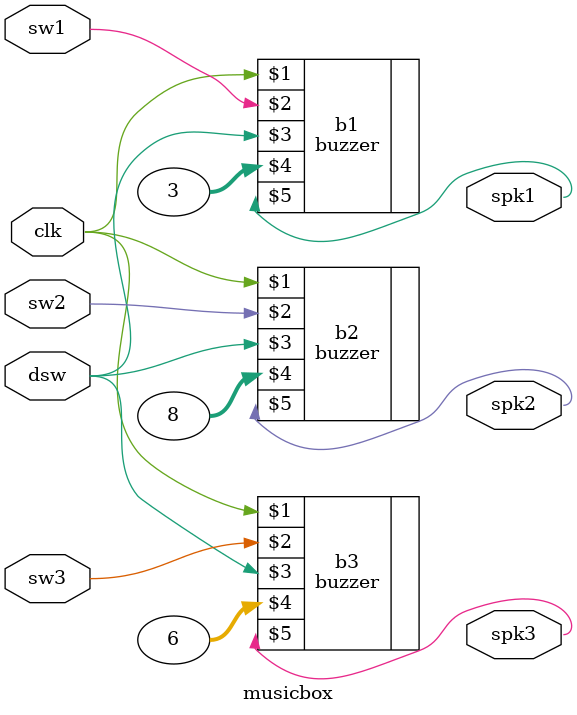
<source format=v>
module musicbox(clk, sw1, sw2, sw3, dsw, spk1, spk2, spk3);

input clk, sw1, sw2, sw3, dsw;
output spk1, spk2, spk3;

parameter hundred = 3, ten = 8, digit = 6; // the last 3-digits of my student id is 383 -> 386

buzzer b1(clk, sw1, dsw, hundred, spk1);
buzzer b2(clk, sw2, dsw, ten, spk2);
buzzer b3(clk, sw3, dsw, digit, spk3);

endmodule
</source>
